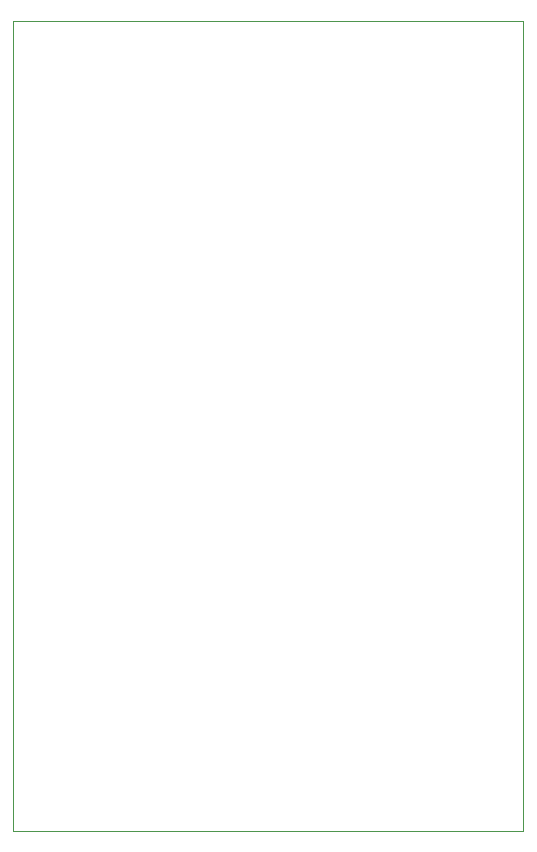
<source format=gbr>
%TF.GenerationSoftware,KiCad,Pcbnew,9.0.4-9.0.4-0~ubuntu24.04.1*%
%TF.CreationDate,2025-08-22T14:39:44+02:00*%
%TF.ProjectId,v10-3,7631302d-332e-46b6-9963-61645f706362,rev?*%
%TF.SameCoordinates,Original*%
%TF.FileFunction,Profile,NP*%
%FSLAX46Y46*%
G04 Gerber Fmt 4.6, Leading zero omitted, Abs format (unit mm)*
G04 Created by KiCad (PCBNEW 9.0.4-9.0.4-0~ubuntu24.04.1) date 2025-08-22 14:39:44*
%MOMM*%
%LPD*%
G01*
G04 APERTURE LIST*
%TA.AperFunction,Profile*%
%ADD10C,0.100000*%
%TD*%
G04 APERTURE END LIST*
D10*
X58420000Y-58420000D02*
X101600000Y-58420000D01*
X101600000Y-127000000D01*
X58420000Y-127000000D01*
X58420000Y-58420000D01*
M02*

</source>
